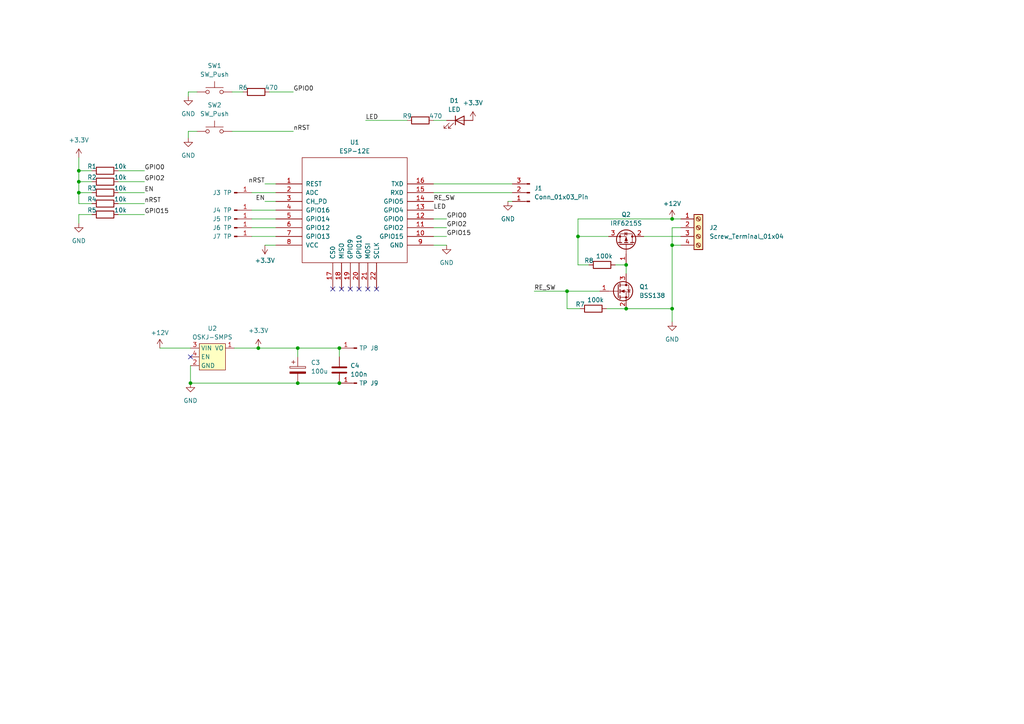
<source format=kicad_sch>
(kicad_sch (version 20230121) (generator eeschema)
  (paper "A4")
  (lib_symbols
    (symbol "Connector:Conn_01x01_Pin" (pin_names (offset 1.016) hide)
      (property "Reference" "J" (at 0 2.54 0))
      (property "Value" "Conn_01x01_Pin" (at 0 -2.54 0))
      (symbol "Conn_01x01_Pin_1_1"
        (polyline (pts (xy 1.27 0) (xy 0.8636 0)) (stroke (width 0.1524)))
        (rectangle (start 0.8636 0.127) (end 0 -0.127) (stroke (width 0.1524)) (fill (type outline)))
        (pin passive line (at 5.08 0 180) (length 3.81) (name "Pin_1") (number "1"))
      )
    )
    (symbol "Connector:Conn_01x03_Pin" (pin_names (offset 1.016) hide)
      (property "Reference" "J" (at 0 5.08 0))
      (property "Value" "Conn_01x03_Pin" (at 0 -5.08 0))
      (symbol "Conn_01x03_Pin_1_1"
        (polyline (pts (xy 1.27 -2.54) (xy 0.8636 -2.54)) (stroke (width 0.1524)))
        (polyline (pts (xy 1.27 0) (xy 0.8636 0)) (stroke (width 0.1524)))
        (polyline (pts (xy 1.27 2.54) (xy 0.8636 2.54)) (stroke (width 0.1524)))
        (rectangle (start 0.8636 -2.413) (end 0 -2.667) (stroke (width 0.1524)) (fill (type outline)))
        (rectangle (start 0.8636 0.127) (end 0 -0.127) (stroke (width 0.1524)) (fill (type outline)))
        (rectangle (start 0.8636 2.667) (end 0 2.413) (stroke (width 0.1524)) (fill (type outline)))
        (pin passive line (at 5.08 2.54 180) (length 3.81) (name "Pin_1") (number "1"))
        (pin passive line (at 5.08 0 180) (length 3.81) (name "Pin_2") (number "2"))
        (pin passive line (at 5.08 -2.54 180) (length 3.81) (name "Pin_3") (number "3"))
      )
    )
    (symbol "Connector:Screw_Terminal_01x04" (pin_names (offset 1.016) hide)
      (property "Reference" "J" (at 0 5.08 0))
      (property "Value" "Screw_Terminal_01x04" (at 0 -7.62 0))
      (symbol "Screw_Terminal_01x04_1_1"
        (rectangle (start -1.27 3.81) (end 1.27 -6.35) (stroke (width 0.254)) (fill (type background)))
        (circle (center 0 -5.08) (radius 0.635) (stroke (width 0.1524)))
        (circle (center 0 -2.54) (radius 0.635) (stroke (width 0.1524)))
        (polyline (pts (xy -0.5334 -4.7498) (xy 0.3302 -5.588)) (stroke (width 0.1524)))
        (polyline (pts (xy -0.5334 -2.2098) (xy 0.3302 -3.048)) (stroke (width 0.1524)))
        (polyline (pts (xy -0.5334 0.3302) (xy 0.3302 -0.508)) (stroke (width 0.1524)))
        (polyline (pts (xy -0.5334 2.8702) (xy 0.3302 2.032)) (stroke (width 0.1524)))
        (polyline (pts (xy -0.3556 -4.572) (xy 0.508 -5.4102)) (stroke (width 0.1524)))
        (polyline (pts (xy -0.3556 -2.032) (xy 0.508 -2.8702)) (stroke (width 0.1524)))
        (polyline (pts (xy -0.3556 0.508) (xy 0.508 -0.3302)) (stroke (width 0.1524)))
        (polyline (pts (xy -0.3556 3.048) (xy 0.508 2.2098)) (stroke (width 0.1524)))
        (circle (center 0 0) (radius 0.635) (stroke (width 0.1524)))
        (circle (center 0 2.54) (radius 0.635) (stroke (width 0.1524)))
        (pin passive line (at -5.08 2.54 0) (length 3.81) (name "Pin_1") (number "1"))
        (pin passive line (at -5.08 0 0) (length 3.81) (name "Pin_2") (number "2"))
        (pin passive line (at -5.08 -2.54 0) (length 3.81) (name "Pin_3") (number "3"))
        (pin passive line (at -5.08 -5.08 0) (length 3.81) (name "Pin_4") (number "4"))
      )
    )
    (symbol "Device:C" (pin_numbers hide) (pin_names (offset 0.254))
      (property "Reference" "C" (at 0.635 2.54 0))
      (property "Value" "C" (at 0.635 -2.54 0))
      (symbol "C_0_1"
        (polyline (pts (xy -2.032 -0.762) (xy 2.032 -0.762)) (stroke (width 0.508)))
        (polyline (pts (xy -2.032 0.762) (xy 2.032 0.762)) (stroke (width 0.508)))
      )
      (symbol "C_1_1"
        (pin passive line (at 0 3.81 270) (length 2.794) (name "~") (number "1"))
        (pin passive line (at 0 -3.81 90) (length 2.794) (name "~") (number "2"))
      )
    )
    (symbol "Device:C_Polarized" (pin_numbers hide) (pin_names (offset 0.254))
      (property "Reference" "C" (at 0.635 2.54 0))
      (property "Value" "C_Polarized" (at 0.635 -2.54 0))
      (symbol "C_Polarized_0_1"
        (rectangle (start -2.286 0.508) (end 2.286 1.016))
        (polyline (pts (xy -1.778 2.286) (xy -0.762 2.286)))
        (polyline (pts (xy -1.27 2.794) (xy -1.27 1.778)))
        (rectangle (start 2.286 -0.508) (end -2.286 -1.016) (fill (type outline)))
      )
      (symbol "C_Polarized_1_1"
        (pin passive line (at 0 3.81 270) (length 2.794) (name "~") (number "1"))
        (pin passive line (at 0 -3.81 90) (length 2.794) (name "~") (number "2"))
      )
    )
    (symbol "Device:LED" (pin_numbers hide) (pin_names (offset 1.016) hide)
      (property "Reference" "D" (at 0 2.54 0))
      (property "Value" "LED" (at 0 -2.54 0))
      (symbol "LED_0_1"
        (polyline (pts (xy -1.27 -1.27) (xy -1.27 1.27)) (stroke (width 0.254)))
        (polyline (pts (xy -1.27 0) (xy 1.27 0)))
        (polyline (pts (xy 1.27 -1.27) (xy 1.27 1.27) (xy -1.27 0) (xy 1.27 -1.27)) (stroke (width 0.254)))
        (polyline (pts (xy -3.048 -0.762) (xy -4.572 -2.286) (xy -3.81 -2.286) (xy -4.572 -2.286) (xy -4.572 -1.524)))
        (polyline (pts (xy -1.778 -0.762) (xy -3.302 -2.286) (xy -2.54 -2.286) (xy -3.302 -2.286) (xy -3.302 -1.524)))
      )
      (symbol "LED_1_1"
        (pin passive line (at -3.81 0 0) (length 2.54) (name "K") (number "1"))
        (pin passive line (at 3.81 0 180) (length 2.54) (name "A") (number "2"))
      )
    )
    (symbol "Device:Q_PMOS_GDS" (pin_names (offset 0) hide)
      (property "Reference" "Q" (at 5.08 1.27 0))
      (property "Value" "Q_PMOS_GDS" (at 5.08 -1.27 0))
      (symbol "Q_PMOS_GDS_0_1"
        (polyline (pts (xy 0.254 0) (xy -2.54 0)))
        (polyline (pts (xy 0.254 1.905) (xy 0.254 -1.905)) (stroke (width 0.254)))
        (polyline (pts (xy 0.762 -1.27) (xy 0.762 -2.286)) (stroke (width 0.254)))
        (polyline (pts (xy 0.762 0.508) (xy 0.762 -0.508)) (stroke (width 0.254)))
        (polyline (pts (xy 0.762 2.286) (xy 0.762 1.27)) (stroke (width 0.254)))
        (polyline (pts (xy 2.54 2.54) (xy 2.54 1.778)))
        (polyline (pts (xy 2.54 -2.54) (xy 2.54 0) (xy 0.762 0)))
        (polyline (pts (xy 0.762 1.778) (xy 3.302 1.778) (xy 3.302 -1.778) (xy 0.762 -1.778)))
        (polyline (pts (xy 2.286 0) (xy 1.27 0.381) (xy 1.27 -0.381) (xy 2.286 0)) (fill (type outline)))
        (polyline (pts (xy 2.794 -0.508) (xy 2.921 -0.381) (xy 3.683 -0.381) (xy 3.81 -0.254)))
        (polyline (pts (xy 3.302 -0.381) (xy 2.921 0.254) (xy 3.683 0.254) (xy 3.302 -0.381)))
        (circle (center 1.651 0) (radius 2.794) (stroke (width 0.254)))
        (circle (center 2.54 -1.778) (radius 0.254) (fill (type outline)))
        (circle (center 2.54 1.778) (radius 0.254) (fill (type outline)))
      )
      (symbol "Q_PMOS_GDS_1_1"
        (pin input line (at -5.08 0 0) (length 2.54) (name "G") (number "1"))
        (pin passive line (at 2.54 5.08 270) (length 2.54) (name "D") (number "2"))
        (pin passive line (at 2.54 -5.08 90) (length 2.54) (name "S") (number "3"))
      )
    )
    (symbol "Device:R" (pin_numbers hide) (pin_names (offset 0))
      (property "Reference" "R" (at 2.032 0 90))
      (property "Value" "R" (at 0 0 90))
      (symbol "R_0_1"
        (rectangle (start -1.016 -2.54) (end 1.016 2.54) (stroke (width 0.254)))
      )
      (symbol "R_1_1"
        (pin passive line (at 0 3.81 270) (length 1.27) (name "~") (number "1"))
        (pin passive line (at 0 -3.81 90) (length 1.27) (name "~") (number "2"))
      )
    )
    (symbol "Switch:SW_Push" (pin_numbers hide) (pin_names (offset 1.016) hide)
      (property "Reference" "SW" (at 1.27 2.54 0))
      (property "Value" "SW_Push" (at 0 -1.524 0))
      (symbol "SW_Push_0_1"
        (circle (center -2.032 0) (radius 0.508))
        (polyline (pts (xy 0 1.27) (xy 0 3.048)))
        (polyline (pts (xy 2.54 1.27) (xy -2.54 1.27)))
        (circle (center 2.032 0) (radius 0.508))
        (pin passive line (at -5.08 0 0) (length 2.54) (name "1") (number "1"))
        (pin passive line (at 5.08 0 180) (length 2.54) (name "2") (number "2"))
      )
    )
    (symbol "Transistor_FET:BSS138" (pin_names hide)
      (property "Reference" "Q" (at 5.08 1.905 0))
      (property "Value" "BSS138" (at 5.08 0 0))
      (symbol "BSS138_0_1"
        (polyline (pts (xy 0.254 0) (xy -2.54 0)))
        (polyline (pts (xy 0.254 1.905) (xy 0.254 -1.905)) (stroke (width 0.254)))
        (polyline (pts (xy 0.762 -1.27) (xy 0.762 -2.286)) (stroke (width 0.254)))
        (polyline (pts (xy 0.762 0.508) (xy 0.762 -0.508)) (stroke (width 0.254)))
        (polyline (pts (xy 0.762 2.286) (xy 0.762 1.27)) (stroke (width 0.254)))
        (polyline (pts (xy 2.54 2.54) (xy 2.54 1.778)))
        (polyline (pts (xy 2.54 -2.54) (xy 2.54 0) (xy 0.762 0)))
        (polyline (pts (xy 0.762 -1.778) (xy 3.302 -1.778) (xy 3.302 1.778) (xy 0.762 1.778)))
        (polyline (pts (xy 1.016 0) (xy 2.032 0.381) (xy 2.032 -0.381) (xy 1.016 0)) (fill (type outline)))
        (polyline (pts (xy 2.794 0.508) (xy 2.921 0.381) (xy 3.683 0.381) (xy 3.81 0.254)))
        (polyline (pts (xy 3.302 0.381) (xy 2.921 -0.254) (xy 3.683 -0.254) (xy 3.302 0.381)))
        (circle (center 1.651 0) (radius 2.794) (stroke (width 0.254)))
        (circle (center 2.54 -1.778) (radius 0.254) (fill (type outline)))
        (circle (center 2.54 1.778) (radius 0.254) (fill (type outline)))
      )
      (symbol "BSS138_1_1"
        (pin input line (at -5.08 0 0) (length 2.54) (name "G") (number "1"))
        (pin passive line (at 2.54 -5.08 90) (length 2.54) (name "S") (number "2"))
        (pin passive line (at 2.54 5.08 270) (length 2.54) (name "D") (number "3"))
      )
    )
    (symbol "esp8266:ESP-12E" (pin_names (offset 1.016))
      (property "Reference" "U" (at 0 -2.54 0))
      (property "Value" "ESP-12E" (at 0 2.54 0))
      (symbol "ESP-12E_1_0"
        (rectangle (start -15.24 -15.24) (end 15.24 15.24))
      )
      (symbol "ESP-12E_1_1"
        (pin input line (at -22.86 7.62 0) (length 7.62) (name "REST") (number "1"))
        (pin bidirectional line (at 22.86 -7.62 180) (length 7.62) (name "GPIO15") (number "10"))
        (pin bidirectional line (at 22.86 -5.08 180) (length 7.62) (name "GPIO2") (number "11"))
        (pin bidirectional line (at 22.86 -2.54 180) (length 7.62) (name "GPIO0") (number "12"))
        (pin bidirectional line (at 22.86 0 180) (length 7.62) (name "GPIO4") (number "13"))
        (pin bidirectional line (at 22.86 2.54 180) (length 7.62) (name "GPIO5") (number "14"))
        (pin input line (at 22.86 5.08 180) (length 7.62) (name "RXD") (number "15"))
        (pin output line (at 22.86 7.62 180) (length 7.62) (name "TXD") (number "16"))
        (pin bidirectional line (at -6.35 -22.86 90) (length 7.62) (name "CS0") (number "17"))
        (pin bidirectional line (at -3.81 -22.86 90) (length 7.62) (name "MISO") (number "18"))
        (pin bidirectional line (at -1.27 -22.86 90) (length 7.62) (name "GPIO9") (number "19"))
        (pin passive line (at -22.86 5.08 0) (length 7.62) (name "ADC") (number "2"))
        (pin bidirectional line (at 1.27 -22.86 90) (length 7.62) (name "GPIO10") (number "20"))
        (pin bidirectional line (at 3.81 -22.86 90) (length 7.62) (name "MOSI") (number "21"))
        (pin bidirectional line (at 6.35 -22.86 90) (length 7.62) (name "SCLK") (number "22"))
        (pin input line (at -22.86 2.54 0) (length 7.62) (name "CH_PD") (number "3"))
        (pin bidirectional line (at -22.86 0 0) (length 7.62) (name "GPIO16") (number "4"))
        (pin bidirectional line (at -22.86 -2.54 0) (length 7.62) (name "GPIO14") (number "5"))
        (pin bidirectional line (at -22.86 -5.08 0) (length 7.62) (name "GPIO12") (number "6"))
        (pin bidirectional line (at -22.86 -7.62 0) (length 7.62) (name "GPIO13") (number "7"))
        (pin power_in line (at -22.86 -10.16 0) (length 7.62) (name "VCC") (number "8"))
        (pin power_in line (at 22.86 -10.16 180) (length 7.62) (name "GND") (number "9"))
      )
    )
    (symbol "ondrovo:OSKJ-SMPS"
      (property "Reference" "U" (at -7.62 6.35 0))
      (property "Value" "OSKJ-SMPS" (at 0 8.89 0))
      (symbol "OSKJ-SMPS_0_1"
        (rectangle (start -3.81 3.81) (end 3.81 -3.81) (stroke (width 0.1524)) (fill (type background)))
      )
      (symbol "OSKJ-SMPS_1_1"
        (pin power_out line (at 6.35 2.54 180) (length 2.54) (name "VO") (number "1"))
        (pin power_in line (at -6.35 -2.54 0) (length 2.54) (name "GND") (number "2"))
        (pin power_in line (at -6.35 2.54 0) (length 2.54) (name "VIN") (number "3"))
        (pin input line (at -6.35 0 0) (length 2.54) (name "EN") (number "4"))
      )
    )
    (symbol "power:+12V" (power) (pin_names (offset 0))
      (property "Value" "+12V" (at 0 3.556 0))
      (symbol "+12V_0_1"
        (polyline (pts (xy -0.762 1.27) (xy 0 2.54)))
        (polyline (pts (xy 0 0) (xy 0 2.54)))
        (polyline (pts (xy 0 2.54) (xy 0.762 1.27)))
      )
      (symbol "+12V_1_1"
        (pin power_in line (at 0 0 90) (length 0) hide (name "+12V") (number "1"))
      )
    )
    (symbol "power:+3.3V" (power) (pin_names (offset 0))
      (property "Value" "+3.3V" (at 0 3.556 0))
      (symbol "+3.3V_0_1"
        (polyline (pts (xy -0.762 1.27) (xy 0 2.54)))
        (polyline (pts (xy 0 0) (xy 0 2.54)))
        (polyline (pts (xy 0 2.54) (xy 0.762 1.27)))
      )
      (symbol "+3.3V_1_1"
        (pin power_in line (at 0 0 90) (length 0) hide (name "+3.3V") (number "1"))
      )
    )
    (symbol "power:GND" (power) (pin_names (offset 0))
      (property "Value" "GND" (at 0 -3.81 0))
      (symbol "GND_0_1"
        (polyline (pts (xy 0 0) (xy 0 -1.27) (xy 1.27 -1.27) (xy 0 -2.54) (xy -1.27 -1.27) (xy 0 -1.27)))
      )
      (symbol "GND_1_1"
        (pin power_in line (at 0 0 270) (length 0) hide (name "GND") (number "1"))
      )
    )
  )
  (junction (at 74.93 100.965))
  (junction (at 22.86 52.705))
  (junction (at 86.36 100.965))
  (junction (at 98.425 111.125))
  (junction (at 22.86 55.88))
  (junction (at 86.36 111.125))
  (junction (at 55.245 111.125))
  (junction (at 22.86 49.53))
  (junction (at 164.465 84.455))
  (junction (at 167.64 68.58))
  (junction (at 181.61 89.535))
  (junction (at 194.945 71.12))
  (junction (at 194.945 63.5))
  (junction (at 98.425 100.965))
  (junction (at 194.945 89.535))
  (junction (at 181.61 76.835))
  (no_connect (at 109.22 83.82))
  (no_connect (at 99.06 83.82))
  (no_connect (at 104.14 83.82))
  (no_connect (at 101.6 83.82))
  (no_connect (at 106.68 83.82))
  (no_connect (at 96.52 83.82))
  (no_connect (at 55.245 103.505))
  (wire (pts (xy 181.61 76.835) (xy 181.61 79.375)))
  (wire (pts (xy 54.61 38.1) (xy 57.15 38.1)))
  (wire (pts (xy 125.73 53.34) (xy 148.59 53.34)))
  (wire (pts (xy 67.945 100.965) (xy 74.93 100.965)))
  (wire (pts (xy 80.01 68.58) (xy 73.025 68.58)))
  (wire (pts (xy 167.64 76.835) (xy 167.64 68.58)))
  (wire (pts (xy 86.36 100.965) (xy 74.93 100.965)))
  (wire (pts (xy 55.245 111.125) (xy 86.36 111.125)))
  (wire (pts (xy 34.29 59.055) (xy 41.91 59.055)))
  (wire (pts (xy 194.945 63.5) (xy 167.64 63.5)))
  (wire (pts (xy 67.31 26.67) (xy 70.485 26.67)))
  (wire (pts (xy 22.86 49.53) (xy 26.67 49.53)))
  (wire (pts (xy 194.945 93.345) (xy 194.945 89.535)))
  (wire (pts (xy 76.835 58.42) (xy 80.01 58.42)))
  (wire (pts (xy 164.465 84.455) (xy 173.99 84.455)))
  (wire (pts (xy 22.86 55.88) (xy 26.67 55.88)))
  (wire (pts (xy 167.64 68.58) (xy 176.53 68.58)))
  (wire (pts (xy 22.86 59.055) (xy 26.67 59.055)))
  (wire (pts (xy 170.815 76.835) (xy 167.64 76.835)))
  (wire (pts (xy 34.29 62.23) (xy 41.91 62.23)))
  (wire (pts (xy 34.29 52.705) (xy 41.91 52.705)))
  (wire (pts (xy 106.045 34.925) (xy 118.11 34.925)))
  (wire (pts (xy 125.73 55.88) (xy 148.59 55.88)))
  (wire (pts (xy 86.36 111.125) (xy 98.425 111.125)))
  (wire (pts (xy 98.425 100.965) (xy 86.36 100.965)))
  (wire (pts (xy 129.54 71.12) (xy 125.73 71.12)))
  (wire (pts (xy 22.86 62.23) (xy 22.86 64.77)))
  (wire (pts (xy 129.54 68.58) (xy 125.73 68.58)))
  (wire (pts (xy 186.69 68.58) (xy 197.485 68.58)))
  (wire (pts (xy 76.835 53.34) (xy 80.01 53.34)))
  (wire (pts (xy 194.945 66.04) (xy 194.945 71.12)))
  (wire (pts (xy 175.895 89.535) (xy 181.61 89.535)))
  (wire (pts (xy 194.945 89.535) (xy 194.945 71.12)))
  (wire (pts (xy 34.29 55.88) (xy 41.91 55.88)))
  (wire (pts (xy 22.86 52.705) (xy 22.86 55.88)))
  (wire (pts (xy 85.09 38.1) (xy 67.31 38.1)))
  (wire (pts (xy 54.61 27.94) (xy 54.61 26.67)))
  (wire (pts (xy 125.73 34.925) (xy 129.54 34.925)))
  (wire (pts (xy 98.425 103.505) (xy 98.425 100.965)))
  (wire (pts (xy 85.09 26.67) (xy 78.105 26.67)))
  (wire (pts (xy 73.025 66.04) (xy 80.01 66.04)))
  (wire (pts (xy 34.29 49.53) (xy 41.91 49.53)))
  (wire (pts (xy 46.355 100.965) (xy 55.245 100.965)))
  (wire (pts (xy 86.36 103.505) (xy 86.36 100.965)))
  (wire (pts (xy 147.32 58.42) (xy 148.59 58.42)))
  (wire (pts (xy 22.86 49.53) (xy 22.86 52.705)))
  (wire (pts (xy 129.54 66.04) (xy 125.73 66.04)))
  (wire (pts (xy 164.465 89.535) (xy 164.465 84.455)))
  (wire (pts (xy 73.025 63.5) (xy 80.01 63.5)))
  (wire (pts (xy 129.54 63.5) (xy 125.73 63.5)))
  (wire (pts (xy 54.61 26.67) (xy 57.15 26.67)))
  (wire (pts (xy 167.64 63.5) (xy 167.64 68.58)))
  (wire (pts (xy 197.485 66.04) (xy 194.945 66.04)))
  (wire (pts (xy 181.61 76.2) (xy 181.61 76.835)))
  (wire (pts (xy 73.025 55.88) (xy 80.01 55.88)))
  (wire (pts (xy 22.86 45.72) (xy 22.86 49.53)))
  (wire (pts (xy 80.01 60.96) (xy 73.025 60.96)))
  (wire (pts (xy 22.86 52.705) (xy 26.67 52.705)))
  (wire (pts (xy 168.275 89.535) (xy 164.465 89.535)))
  (wire (pts (xy 194.945 63.5) (xy 197.485 63.5)))
  (wire (pts (xy 54.61 40.005) (xy 54.61 38.1)))
  (wire (pts (xy 22.86 55.88) (xy 22.86 59.055)))
  (wire (pts (xy 181.61 89.535) (xy 194.945 89.535)))
  (wire (pts (xy 194.945 71.12) (xy 197.485 71.12)))
  (wire (pts (xy 76.835 71.12) (xy 80.01 71.12)))
  (wire (pts (xy 55.245 106.045) (xy 55.245 111.125)))
  (wire (pts (xy 154.94 84.455) (xy 164.465 84.455)))
  (wire (pts (xy 178.435 76.835) (xy 181.61 76.835)))
  (wire (pts (xy 26.67 62.23) (xy 22.86 62.23)))
  (label "LED" (at 125.73 60.96 0))
  (label "RE_SW" (at 125.73 58.42 0))
  (label "LED" (at 106.045 34.925 0))
  (label "EN" (at 41.91 55.88 0))
  (label "GPIO0" (at 129.54 63.5 0))
  (label "GPIO2" (at 41.91 52.705 0))
  (label "GPIO0" (at 85.09 26.67 0))
  (label "RE_SW" (at 154.94 84.455 0))
  (label "GPIO2" (at 129.54 66.04 0))
  (label "nRST" (at 76.835 53.34 180))
  (label "GPIO0" (at 41.91 49.53 0))
  (label "nRST" (at 85.09 38.1 0))
  (label "EN" (at 76.835 58.42 180))
  (label "nRST" (at 41.91 59.055 0))
  (label "GPIO15" (at 129.54 68.58 0))
  (label "GPIO15" (at 41.91 62.23 0))
  (symbol (lib_id "Device:R") (at 30.48 55.88 90) (unit 1)
    (property "Reference" "R3" (at 26.67 54.61 90))
    (property "Value" "10k" (at 34.925 54.61 90))
    (property "Footprint" "ondrovo:RC_0805_HandSolder_Largepad" (effects hide))
  )
  (symbol (lib_id "power:GND") (at 55.245 111.125 0) (unit 1)
    (property "Reference" "#PWR08" (effects hide))
    (property "Value" "GND" (at 55.245 116.205 0))
  )
  (symbol (lib_id "power:+12V") (at 46.355 100.965 0) (unit 1)
    (property "Reference" "#PWR010" (effects hide))
    (property "Value" "+12V" (at 46.355 96.52 0))
  )
  (symbol (lib_id "Device:R") (at 121.92 34.925 90) (unit 1)
    (property "Reference" "R9" (at 118.11 33.655 90))
    (property "Value" "470" (at 126.365 33.655 90))
    (property "Footprint" "ondrovo:RC_0805_HandSolder_Largepad" (effects hide))
  )
  (symbol (lib_id "Connector:Conn_01x01_Pin") (at 67.945 60.96 0) (unit 1)
    (property "Reference" "J4" (at 62.865 60.96 0))
    (property "Value" "TP" (at 66.04 60.96 0))
    (property "Footprint" "Connector_PinHeader_2.54mm:PinHeader_1x01_P2.54mm_Vertical" (effects hide))
  )
  (symbol (lib_id "Device:R") (at 30.48 52.705 90) (unit 1)
    (property "Reference" "R2" (at 26.67 51.435 90))
    (property "Value" "10k" (at 34.925 51.435 90))
    (property "Footprint" "ondrovo:RC_0805_HandSolder_Largepad" (effects hide))
  )
  (symbol (lib_id "Connector:Conn_01x01_Pin") (at 67.945 68.58 0) (unit 1)
    (property "Reference" "J7" (at 62.865 68.58 0))
    (property "Value" "TP" (at 66.04 68.58 0))
    (property "Footprint" "Connector_PinHeader_2.54mm:PinHeader_1x01_P2.54mm_Vertical" (effects hide))
  )
  (symbol (lib_id "Connector:Screw_Terminal_01x04") (at 202.565 66.04 0) (unit 1)
    (property "Reference" "J2" (at 205.74 66.04 0) (effects (justify left)))
    (property "Value" "Screw_Terminal_01x04" (at 205.74 68.58 0) (effects (justify left)))
    (property "Footprint" "ondrovo:TerminalBlock_KLS301-5.00_4" (effects hide))
  )
  (symbol (lib_id "power:+3.3V") (at 22.86 45.72 0) (unit 1)
    (property "Reference" "#PWR01" (effects hide))
    (property "Value" "+3.3V" (at 22.86 40.64 0))
  )
  (symbol (lib_id "Connector:Conn_01x01_Pin") (at 67.945 66.04 0) (unit 1)
    (property "Reference" "J6" (at 62.865 66.04 0))
    (property "Value" "TP" (at 66.04 66.04 0))
    (property "Footprint" "Connector_PinHeader_2.54mm:PinHeader_1x01_P2.54mm_Vertical" (effects hide))
  )
  (symbol (lib_id "power:GND") (at 194.945 93.345 0) (mirror y) (unit 1)
    (property "Reference" "#PWR012" (effects hide))
    (property "Value" "GND" (at 194.945 98.425 0))
  )
  (symbol (lib_id "Connector:Conn_01x01_Pin") (at 103.505 100.965 180) (unit 1)
    (property "Reference" "J8" (at 108.585 100.965 0))
    (property "Value" "TP" (at 105.41 100.965 0))
    (property "Footprint" "Connector_PinHeader_2.54mm:PinHeader_1x01_P2.54mm_Vertical" (effects hide))
  )
  (symbol (lib_id "power:+3.3V") (at 137.16 34.925 0) (unit 1)
    (property "Reference" "#PWR013" (effects hide))
    (property "Value" "+3.3V" (at 137.16 29.845 0))
  )
  (symbol (lib_id "power:GND") (at 22.86 64.77 0) (unit 1)
    (property "Reference" "#PWR02" (effects hide))
    (property "Value" "GND" (at 22.86 69.85 0))
  )
  (symbol (lib_id "Device:R") (at 30.48 59.055 90) (unit 1)
    (property "Reference" "R4" (at 26.67 57.785 90))
    (property "Value" "10k" (at 34.925 57.785 90))
    (property "Footprint" "ondrovo:RC_0805_HandSolder_Largepad" (effects hide))
  )
  (symbol (lib_id "Connector:Conn_01x03_Pin") (at 153.67 55.88 180) (unit 1)
    (property "Reference" "J1" (at 154.94 54.61 0) (effects (justify right)))
    (property "Value" "Conn_01x03_Pin" (at 154.94 57.15 0) (effects (justify right)))
    (property "Footprint" "Connector_PinSocket_2.54mm:PinSocket_1x03_P2.54mm_Vertical" (effects hide))
  )
  (symbol (lib_id "Connector:Conn_01x01_Pin") (at 103.505 111.125 180) (unit 1)
    (property "Reference" "J9" (at 108.585 111.125 0))
    (property "Value" "TP" (at 105.41 111.125 0))
    (property "Footprint" "Connector_PinHeader_2.54mm:PinHeader_1x01_P2.54mm_Vertical" (effects hide))
  )
  (symbol (lib_id "power:GND") (at 54.61 27.94 0) (unit 1)
    (property "Reference" "#PWR06" (effects hide))
    (property "Value" "GND" (at 54.61 33.02 0))
  )
  (symbol (lib_id "power:+3.3V") (at 76.835 71.12 180) (unit 1)
    (property "Reference" "#PWR04" (effects hide))
    (property "Value" "+3.3V" (at 76.835 75.565 0))
  )
  (symbol (lib_id "Device:Q_PMOS_GDS") (at 181.61 71.12 270) (mirror x) (unit 1)
    (property "Reference" "Q2" (at 181.61 62.23 90))
    (property "Value" "IRF6215S" (at 181.61 64.77 90))
    (property "Footprint" "Package_TO_SOT_SMD:TO-263-2" (effects hide))
  )
  (symbol (lib_id "Connector:Conn_01x01_Pin") (at 67.945 55.88 0) (unit 1)
    (property "Reference" "J3" (at 62.865 55.88 0))
    (property "Value" "TP" (at 66.04 55.88 0))
    (property "Footprint" "Connector_PinHeader_2.54mm:PinHeader_1x01_P2.54mm_Vertical" (effects hide))
  )
  (symbol (lib_id "Device:C_Polarized") (at 86.36 107.315 0) (unit 1)
    (property "Reference" "C3" (at 90.17 105.156 0) (effects (justify left)))
    (property "Value" "100u" (at 90.17 107.696 0) (effects (justify left)))
    (property "Footprint" "Capacitor_THT:CP_Radial_D10.0mm_P5.00mm" (effects hide))
  )
  (symbol (lib_id "ondrovo:OSKJ-SMPS") (at 61.595 103.505 0) (unit 1)
    (property "Reference" "U2" (at 61.595 95.25 0))
    (property "Value" "OSKJ-SMPS" (at 61.595 97.79 0))
    (property "Footprint" "ondrovo:OSKJ-SMPS" (effects hide))
  )
  (symbol (lib_id "power:+3.3V") (at 74.93 100.965 0) (unit 1)
    (property "Reference" "#PWR09" (effects hide))
    (property "Value" "+3.3V" (at 74.93 95.885 0))
  )
  (symbol (lib_id "power:+12V") (at 194.945 63.5 0) (unit 1)
    (property "Reference" "#PWR011" (effects hide))
    (property "Value" "+12V" (at 194.945 59.055 0))
  )
  (symbol (lib_id "power:GND") (at 147.32 58.42 0) (unit 1)
    (property "Reference" "#PWR05" (effects hide))
    (property "Value" "GND" (at 147.32 63.5 0))
  )
  (symbol (lib_id "Connector:Conn_01x01_Pin") (at 67.945 63.5 0) (unit 1)
    (property "Reference" "J5" (at 62.865 63.5 0))
    (property "Value" "TP" (at 66.04 63.5 0))
    (property "Footprint" "Connector_PinHeader_2.54mm:PinHeader_1x01_P2.54mm_Vertical" (effects hide))
  )
  (symbol (lib_id "Device:R") (at 74.295 26.67 90) (unit 1)
    (property "Reference" "R6" (at 70.485 25.4 90))
    (property "Value" "470" (at 78.74 25.4 90))
    (property "Footprint" "ondrovo:RC_0805_HandSolder_Largepad" (effects hide))
  )
  (symbol (lib_id "power:GND") (at 129.54 71.12 0) (unit 1)
    (property "Reference" "#PWR03" (effects hide))
    (property "Value" "GND" (at 129.54 76.2 0))
  )
  (symbol (lib_id "Device:R") (at 174.625 76.835 90) (unit 1)
    (property "Reference" "R8" (at 170.815 75.565 90))
    (property "Value" "100k" (at 175.26 74.295 90))
    (property "Footprint" "ondrovo:RC_0805_HandSolder_Largepad" (effects hide))
  )
  (symbol (lib_id "Device:R") (at 30.48 49.53 90) (unit 1)
    (property "Reference" "R1" (at 26.67 48.26 90))
    (property "Value" "10k" (at 34.925 48.26 90))
    (property "Footprint" "ondrovo:RC_0805_HandSolder_Largepad" (effects hide))
  )
  (symbol (lib_id "esp8266:ESP-12E") (at 102.87 60.96 0) (unit 1)
    (property "Reference" "U1" (at 102.87 41.275 0))
    (property "Value" "ESP-12E" (at 102.87 43.815 0))
    (property "Footprint" "esp8266:ESP-12E" (effects hide))
    (property "Datasheet" "http://l0l.org.uk/2014/12/esp8266-modules-hardware-guide-gotta-catch-em-all/" (effects hide))
  )
  (symbol (lib_id "Device:R") (at 172.085 89.535 90) (unit 1)
    (property "Reference" "R7" (at 168.275 88.265 90))
    (property "Value" "100k" (at 172.72 86.995 90))
    (property "Footprint" "ondrovo:RC_0805_HandSolder_Largepad" (effects hide))
  )
  (symbol (lib_id "Device:C") (at 98.425 107.315 0) (unit 1)
    (property "Reference" "C4" (at 101.6 106.045 0) (effects (justify left)))
    (property "Value" "100n" (at 101.6 108.585 0) (effects (justify left)))
    (property "Footprint" "Capacitor_SMD:C_1206_3216Metric_Pad1.33x1.80mm_HandSolder" (effects hide))
  )
  (symbol (lib_id "Transistor_FET:BSS138") (at 179.07 84.455 0) (unit 1)
    (property "Reference" "Q1" (at 185.42 83.185 0) (effects (justify left)))
    (property "Value" "BSS138" (at 185.42 85.725 0) (effects (justify left)))
    (property "Footprint" "Package_TO_SOT_SMD:SOT-23" (effects hide))
    (property "Datasheet" "https://www.onsemi.com/pub/Collateral/BSS138-D.PDF" (effects hide))
  )
  (symbol (lib_id "Device:R") (at 30.48 62.23 90) (unit 1)
    (property "Reference" "R5" (at 26.67 60.96 90))
    (property "Value" "10k" (at 34.925 60.96 90))
    (property "Footprint" "ondrovo:RC_0805_HandSolder_Largepad" (effects hide))
  )
  (symbol (lib_id "Switch:SW_Push") (at 62.23 38.1 0) (unit 1)
    (property "Reference" "SW2" (at 62.23 30.48 0))
    (property "Value" "SW_Push" (at 62.23 33.02 0))
    (property "Footprint" "Button_Switch_SMD:SW_Push_1P1T_XKB_TS-1187A" (effects hide))
  )
  (symbol (lib_id "power:GND") (at 54.61 40.005 0) (unit 1)
    (property "Reference" "#PWR07" (effects hide))
    (property "Value" "GND" (at 54.61 45.085 0))
  )
  (symbol (lib_id "Device:LED") (at 133.35 34.925 0) (unit 1)
    (property "Reference" "D1" (at 131.7625 29.21 0))
    (property "Value" "LED" (at 131.7625 31.75 0))
    (property "Footprint" "ondrovo:LED_0805_Arrow" (effects hide))
  )
  (symbol (lib_id "Switch:SW_Push") (at 62.23 26.67 0) (unit 1)
    (property "Reference" "SW1" (at 62.23 19.05 0))
    (property "Value" "SW_Push" (at 62.23 21.59 0))
    (property "Footprint" "Button_Switch_SMD:SW_Push_1P1T_XKB_TS-1187A" (effects hide))
  )
)
</source>
